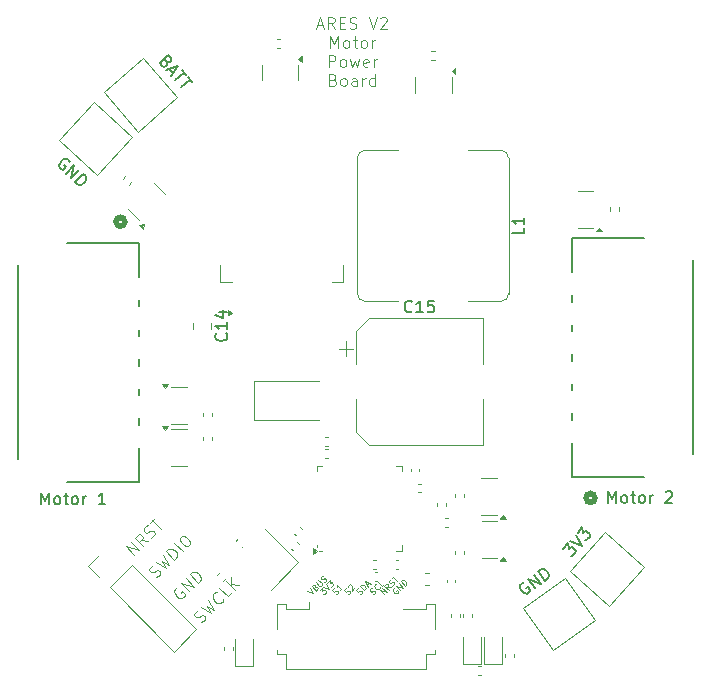
<source format=gbr>
%TF.GenerationSoftware,KiCad,Pcbnew,8.0.1*%
%TF.CreationDate,2024-11-14T00:10:28-08:00*%
%TF.ProjectId,motor_control_design,6d6f746f-725f-4636-9f6e-74726f6c5f64,rev?*%
%TF.SameCoordinates,Original*%
%TF.FileFunction,Legend,Top*%
%TF.FilePolarity,Positive*%
%FSLAX46Y46*%
G04 Gerber Fmt 4.6, Leading zero omitted, Abs format (unit mm)*
G04 Created by KiCad (PCBNEW 8.0.1) date 2024-11-14 00:10:28*
%MOMM*%
%LPD*%
G01*
G04 APERTURE LIST*
%ADD10C,0.200000*%
%ADD11C,0.100000*%
%ADD12C,0.050000*%
%ADD13C,0.150000*%
%ADD14C,0.120000*%
%ADD15C,0.152400*%
%ADD16C,0.508000*%
G04 APERTURE END LIST*
D10*
X163280000Y-108705909D02*
X163174961Y-108723364D01*
X163174961Y-108723364D02*
X163059387Y-108807333D01*
X163059387Y-108807333D02*
X162971803Y-108929827D01*
X162971803Y-108929827D02*
X162950733Y-109062856D01*
X162950733Y-109062856D02*
X162968188Y-109167895D01*
X162968188Y-109167895D02*
X163041623Y-109349983D01*
X163041623Y-109349983D02*
X163125592Y-109465557D01*
X163125592Y-109465557D02*
X163276076Y-109591666D01*
X163276076Y-109591666D02*
X163370580Y-109640725D01*
X163370580Y-109640725D02*
X163503609Y-109661795D01*
X163503609Y-109661795D02*
X163647172Y-109616350D01*
X163647172Y-109616350D02*
X163724222Y-109560371D01*
X163724222Y-109560371D02*
X163811806Y-109437877D01*
X163811806Y-109437877D02*
X163822341Y-109371362D01*
X163822341Y-109371362D02*
X163626412Y-109101690D01*
X163626412Y-109101690D02*
X163472314Y-109213649D01*
X164225042Y-109196504D02*
X163637256Y-108387487D01*
X163637256Y-108387487D02*
X164687337Y-108860626D01*
X164687337Y-108860626D02*
X164099552Y-108051609D01*
X165072583Y-108580729D02*
X164484798Y-107771712D01*
X164484798Y-107771712D02*
X164677421Y-107631763D01*
X164677421Y-107631763D02*
X164820985Y-107586318D01*
X164820985Y-107586318D02*
X164954014Y-107607388D01*
X164954014Y-107607388D02*
X165048518Y-107656447D01*
X165048518Y-107656447D02*
X165199001Y-107782556D01*
X165199001Y-107782556D02*
X165282971Y-107898130D01*
X165282971Y-107898130D02*
X165356405Y-108080218D01*
X165356405Y-108080218D02*
X165373860Y-108185257D01*
X165373860Y-108185257D02*
X165352790Y-108318286D01*
X165352790Y-108318286D02*
X165265206Y-108440780D01*
X165265206Y-108440780D02*
X165072583Y-108580729D01*
X133036748Y-64615803D02*
X133094533Y-64754860D01*
X133094533Y-64754860D02*
X133089835Y-64822039D01*
X133089835Y-64822039D02*
X133049199Y-64920460D01*
X133049199Y-64920460D02*
X132941383Y-65014182D01*
X132941383Y-65014182D02*
X132838265Y-65040726D01*
X132838265Y-65040726D02*
X132771086Y-65036028D01*
X132771086Y-65036028D02*
X132672665Y-64995392D01*
X132672665Y-64995392D02*
X132422738Y-64707883D01*
X132422738Y-64707883D02*
X133177448Y-64051824D01*
X133177448Y-64051824D02*
X133396134Y-64303394D01*
X133396134Y-64303394D02*
X133422677Y-64406512D01*
X133422677Y-64406512D02*
X133417980Y-64473692D01*
X133417980Y-64473692D02*
X133377343Y-64572112D01*
X133377343Y-64572112D02*
X133305466Y-64634594D01*
X133305466Y-64634594D02*
X133202348Y-64661137D01*
X133202348Y-64661137D02*
X133135169Y-64656439D01*
X133135169Y-64656439D02*
X133036748Y-64615803D01*
X133036748Y-64615803D02*
X132818062Y-64364233D01*
X133263187Y-65239209D02*
X133575597Y-65598594D01*
X132985074Y-65354777D02*
X133958470Y-64950288D01*
X133958470Y-64950288D02*
X133422447Y-65857917D01*
X134302120Y-65345612D02*
X134677011Y-65776875D01*
X133734856Y-66217303D02*
X134489566Y-65561244D01*
X134801975Y-65920629D02*
X135176866Y-66351892D01*
X134234711Y-66792320D02*
X134989420Y-66136261D01*
D11*
X132137321Y-108279908D02*
X132272008Y-108212564D01*
X132272008Y-108212564D02*
X132440367Y-108044205D01*
X132440367Y-108044205D02*
X132474039Y-107943190D01*
X132474039Y-107943190D02*
X132474039Y-107875847D01*
X132474039Y-107875847D02*
X132440367Y-107774831D01*
X132440367Y-107774831D02*
X132373024Y-107707488D01*
X132373024Y-107707488D02*
X132272008Y-107673816D01*
X132272008Y-107673816D02*
X132204665Y-107673816D01*
X132204665Y-107673816D02*
X132103649Y-107707488D01*
X132103649Y-107707488D02*
X131935291Y-107808503D01*
X131935291Y-107808503D02*
X131834275Y-107842175D01*
X131834275Y-107842175D02*
X131766932Y-107842175D01*
X131766932Y-107842175D02*
X131665917Y-107808503D01*
X131665917Y-107808503D02*
X131598573Y-107741160D01*
X131598573Y-107741160D02*
X131564901Y-107640144D01*
X131564901Y-107640144D02*
X131564901Y-107572801D01*
X131564901Y-107572801D02*
X131598573Y-107471786D01*
X131598573Y-107471786D02*
X131766932Y-107303427D01*
X131766932Y-107303427D02*
X131901619Y-107236083D01*
X132103650Y-106966709D02*
X132979115Y-107505457D01*
X132979115Y-107505457D02*
X132608726Y-106865694D01*
X132608726Y-106865694D02*
X133248489Y-107236083D01*
X133248489Y-107236083D02*
X132709741Y-106360618D01*
X133686222Y-106798351D02*
X132979115Y-106091244D01*
X132979115Y-106091244D02*
X133147474Y-105922885D01*
X133147474Y-105922885D02*
X133282161Y-105855541D01*
X133282161Y-105855541D02*
X133416848Y-105855541D01*
X133416848Y-105855541D02*
X133517863Y-105889213D01*
X133517863Y-105889213D02*
X133686222Y-105990229D01*
X133686222Y-105990229D02*
X133787237Y-106091244D01*
X133787237Y-106091244D02*
X133888252Y-106259603D01*
X133888252Y-106259603D02*
X133921924Y-106360618D01*
X133921924Y-106360618D02*
X133921924Y-106495305D01*
X133921924Y-106495305D02*
X133854581Y-106629992D01*
X133854581Y-106629992D02*
X133686222Y-106798351D01*
X134393329Y-106091244D02*
X133686222Y-105384137D01*
X134157626Y-104912733D02*
X134292313Y-104778046D01*
X134292313Y-104778046D02*
X134393328Y-104744374D01*
X134393328Y-104744374D02*
X134528015Y-104744374D01*
X134528015Y-104744374D02*
X134696374Y-104845389D01*
X134696374Y-104845389D02*
X134932076Y-105081092D01*
X134932076Y-105081092D02*
X135033091Y-105249450D01*
X135033091Y-105249450D02*
X135033091Y-105384137D01*
X135033091Y-105384137D02*
X134999420Y-105485153D01*
X134999420Y-105485153D02*
X134864733Y-105619840D01*
X134864733Y-105619840D02*
X134763717Y-105653511D01*
X134763717Y-105653511D02*
X134629030Y-105653511D01*
X134629030Y-105653511D02*
X134460672Y-105552496D01*
X134460672Y-105552496D02*
X134224969Y-105316794D01*
X134224969Y-105316794D02*
X134123954Y-105148435D01*
X134123954Y-105148435D02*
X134123954Y-105013748D01*
X134123954Y-105013748D02*
X134157626Y-104912733D01*
D12*
X151446332Y-109702454D02*
X151092778Y-109348900D01*
X151092778Y-109348900D02*
X151648362Y-109500423D01*
X151648362Y-109500423D02*
X151294809Y-109146870D01*
X152018752Y-109130034D02*
X151732542Y-109079526D01*
X151816721Y-109332064D02*
X151463168Y-108978511D01*
X151463168Y-108978511D02*
X151597855Y-108843824D01*
X151597855Y-108843824D02*
X151648363Y-108826988D01*
X151648363Y-108826988D02*
X151682034Y-108826988D01*
X151682034Y-108826988D02*
X151732542Y-108843824D01*
X151732542Y-108843824D02*
X151783050Y-108894332D01*
X151783050Y-108894332D02*
X151799885Y-108944839D01*
X151799885Y-108944839D02*
X151799885Y-108978511D01*
X151799885Y-108978511D02*
X151783050Y-109029019D01*
X151783050Y-109029019D02*
X151648363Y-109163706D01*
X152136603Y-108978511D02*
X152203947Y-108944839D01*
X152203947Y-108944839D02*
X152288126Y-108860660D01*
X152288126Y-108860660D02*
X152304962Y-108810152D01*
X152304962Y-108810152D02*
X152304962Y-108776480D01*
X152304962Y-108776480D02*
X152288126Y-108725973D01*
X152288126Y-108725973D02*
X152254454Y-108692301D01*
X152254454Y-108692301D02*
X152203947Y-108675465D01*
X152203947Y-108675465D02*
X152170275Y-108675465D01*
X152170275Y-108675465D02*
X152119767Y-108692301D01*
X152119767Y-108692301D02*
X152035588Y-108742809D01*
X152035588Y-108742809D02*
X151985080Y-108759644D01*
X151985080Y-108759644D02*
X151951408Y-108759644D01*
X151951408Y-108759644D02*
X151900901Y-108742809D01*
X151900901Y-108742809D02*
X151867229Y-108709137D01*
X151867229Y-108709137D02*
X151850393Y-108658629D01*
X151850393Y-108658629D02*
X151850393Y-108624957D01*
X151850393Y-108624957D02*
X151867229Y-108574450D01*
X151867229Y-108574450D02*
X151951408Y-108490270D01*
X151951408Y-108490270D02*
X152018752Y-108456599D01*
X152102931Y-108338748D02*
X152304961Y-108136717D01*
X152557500Y-108591286D02*
X152203946Y-108237733D01*
D10*
X122416673Y-102102219D02*
X122416673Y-101102219D01*
X122416673Y-101102219D02*
X122750006Y-101816504D01*
X122750006Y-101816504D02*
X123083339Y-101102219D01*
X123083339Y-101102219D02*
X123083339Y-102102219D01*
X123702387Y-102102219D02*
X123607149Y-102054600D01*
X123607149Y-102054600D02*
X123559530Y-102006980D01*
X123559530Y-102006980D02*
X123511911Y-101911742D01*
X123511911Y-101911742D02*
X123511911Y-101626028D01*
X123511911Y-101626028D02*
X123559530Y-101530790D01*
X123559530Y-101530790D02*
X123607149Y-101483171D01*
X123607149Y-101483171D02*
X123702387Y-101435552D01*
X123702387Y-101435552D02*
X123845244Y-101435552D01*
X123845244Y-101435552D02*
X123940482Y-101483171D01*
X123940482Y-101483171D02*
X123988101Y-101530790D01*
X123988101Y-101530790D02*
X124035720Y-101626028D01*
X124035720Y-101626028D02*
X124035720Y-101911742D01*
X124035720Y-101911742D02*
X123988101Y-102006980D01*
X123988101Y-102006980D02*
X123940482Y-102054600D01*
X123940482Y-102054600D02*
X123845244Y-102102219D01*
X123845244Y-102102219D02*
X123702387Y-102102219D01*
X124321435Y-101435552D02*
X124702387Y-101435552D01*
X124464292Y-101102219D02*
X124464292Y-101959361D01*
X124464292Y-101959361D02*
X124511911Y-102054600D01*
X124511911Y-102054600D02*
X124607149Y-102102219D01*
X124607149Y-102102219D02*
X124702387Y-102102219D01*
X125178578Y-102102219D02*
X125083340Y-102054600D01*
X125083340Y-102054600D02*
X125035721Y-102006980D01*
X125035721Y-102006980D02*
X124988102Y-101911742D01*
X124988102Y-101911742D02*
X124988102Y-101626028D01*
X124988102Y-101626028D02*
X125035721Y-101530790D01*
X125035721Y-101530790D02*
X125083340Y-101483171D01*
X125083340Y-101483171D02*
X125178578Y-101435552D01*
X125178578Y-101435552D02*
X125321435Y-101435552D01*
X125321435Y-101435552D02*
X125416673Y-101483171D01*
X125416673Y-101483171D02*
X125464292Y-101530790D01*
X125464292Y-101530790D02*
X125511911Y-101626028D01*
X125511911Y-101626028D02*
X125511911Y-101911742D01*
X125511911Y-101911742D02*
X125464292Y-102006980D01*
X125464292Y-102006980D02*
X125416673Y-102054600D01*
X125416673Y-102054600D02*
X125321435Y-102102219D01*
X125321435Y-102102219D02*
X125178578Y-102102219D01*
X125940483Y-102102219D02*
X125940483Y-101435552D01*
X125940483Y-101626028D02*
X125988102Y-101530790D01*
X125988102Y-101530790D02*
X126035721Y-101483171D01*
X126035721Y-101483171D02*
X126130959Y-101435552D01*
X126130959Y-101435552D02*
X126226197Y-101435552D01*
X127845245Y-102102219D02*
X127273817Y-102102219D01*
X127559531Y-102102219D02*
X127559531Y-101102219D01*
X127559531Y-101102219D02*
X127464293Y-101245076D01*
X127464293Y-101245076D02*
X127369055Y-101340314D01*
X127369055Y-101340314D02*
X127273817Y-101387933D01*
D12*
X147348660Y-109702454D02*
X147416004Y-109668782D01*
X147416004Y-109668782D02*
X147500183Y-109584603D01*
X147500183Y-109584603D02*
X147517019Y-109534095D01*
X147517019Y-109534095D02*
X147517019Y-109500423D01*
X147517019Y-109500423D02*
X147500183Y-109449916D01*
X147500183Y-109449916D02*
X147466511Y-109416244D01*
X147466511Y-109416244D02*
X147416004Y-109399408D01*
X147416004Y-109399408D02*
X147382332Y-109399408D01*
X147382332Y-109399408D02*
X147331824Y-109416244D01*
X147331824Y-109416244D02*
X147247645Y-109466752D01*
X147247645Y-109466752D02*
X147197137Y-109483587D01*
X147197137Y-109483587D02*
X147163465Y-109483587D01*
X147163465Y-109483587D02*
X147112958Y-109466752D01*
X147112958Y-109466752D02*
X147079286Y-109433080D01*
X147079286Y-109433080D02*
X147062450Y-109382572D01*
X147062450Y-109382572D02*
X147062450Y-109348900D01*
X147062450Y-109348900D02*
X147079286Y-109298393D01*
X147079286Y-109298393D02*
X147163465Y-109214213D01*
X147163465Y-109214213D02*
X147230809Y-109180542D01*
X147904244Y-109180542D02*
X147702213Y-109382573D01*
X147803228Y-109281557D02*
X147449675Y-108928004D01*
X147449675Y-108928004D02*
X147466511Y-109012183D01*
X147466511Y-109012183D02*
X147466511Y-109079527D01*
X147466511Y-109079527D02*
X147449675Y-109130034D01*
X144946271Y-109399408D02*
X145417675Y-109635110D01*
X145417675Y-109635110D02*
X145181973Y-109163706D01*
X145586034Y-109096363D02*
X145653377Y-109062691D01*
X145653377Y-109062691D02*
X145687049Y-109062691D01*
X145687049Y-109062691D02*
X145737557Y-109079527D01*
X145737557Y-109079527D02*
X145788064Y-109130034D01*
X145788064Y-109130034D02*
X145804900Y-109180542D01*
X145804900Y-109180542D02*
X145804900Y-109214214D01*
X145804900Y-109214214D02*
X145788064Y-109264721D01*
X145788064Y-109264721D02*
X145653377Y-109399408D01*
X145653377Y-109399408D02*
X145299824Y-109045855D01*
X145299824Y-109045855D02*
X145417675Y-108928004D01*
X145417675Y-108928004D02*
X145468183Y-108911168D01*
X145468183Y-108911168D02*
X145501854Y-108911168D01*
X145501854Y-108911168D02*
X145552362Y-108928004D01*
X145552362Y-108928004D02*
X145586034Y-108961676D01*
X145586034Y-108961676D02*
X145602870Y-109012183D01*
X145602870Y-109012183D02*
X145602870Y-109045855D01*
X145602870Y-109045855D02*
X145586034Y-109096363D01*
X145586034Y-109096363D02*
X145468183Y-109214214D01*
X145653377Y-108692302D02*
X145939587Y-108978512D01*
X145939587Y-108978512D02*
X145990095Y-108995347D01*
X145990095Y-108995347D02*
X146023766Y-108995347D01*
X146023766Y-108995347D02*
X146074274Y-108978512D01*
X146074274Y-108978512D02*
X146141618Y-108911168D01*
X146141618Y-108911168D02*
X146158454Y-108860660D01*
X146158454Y-108860660D02*
X146158454Y-108826989D01*
X146158454Y-108826989D02*
X146141618Y-108776481D01*
X146141618Y-108776481D02*
X145855408Y-108490271D01*
X146343648Y-108675465D02*
X146410992Y-108641794D01*
X146410992Y-108641794D02*
X146495171Y-108557614D01*
X146495171Y-108557614D02*
X146512007Y-108507107D01*
X146512007Y-108507107D02*
X146512007Y-108473435D01*
X146512007Y-108473435D02*
X146495171Y-108422927D01*
X146495171Y-108422927D02*
X146461500Y-108389256D01*
X146461500Y-108389256D02*
X146410992Y-108372420D01*
X146410992Y-108372420D02*
X146377320Y-108372420D01*
X146377320Y-108372420D02*
X146326813Y-108389256D01*
X146326813Y-108389256D02*
X146242633Y-108439763D01*
X146242633Y-108439763D02*
X146192126Y-108456599D01*
X146192126Y-108456599D02*
X146158454Y-108456599D01*
X146158454Y-108456599D02*
X146107946Y-108439763D01*
X146107946Y-108439763D02*
X146074274Y-108406091D01*
X146074274Y-108406091D02*
X146057439Y-108355584D01*
X146057439Y-108355584D02*
X146057439Y-108321912D01*
X146057439Y-108321912D02*
X146074274Y-108271404D01*
X146074274Y-108271404D02*
X146158454Y-108187225D01*
X146158454Y-108187225D02*
X146225797Y-108153553D01*
D10*
X124837530Y-73094716D02*
X124800353Y-72994938D01*
X124800353Y-72994938D02*
X124695874Y-72897509D01*
X124695874Y-72897509D02*
X124558919Y-72834907D01*
X124558919Y-72834907D02*
X124424314Y-72839608D01*
X124424314Y-72839608D02*
X124324536Y-72876784D01*
X124324536Y-72876784D02*
X124159805Y-72983614D01*
X124159805Y-72983614D02*
X124062376Y-73088093D01*
X124062376Y-73088093D02*
X123967298Y-73259874D01*
X123967298Y-73259874D02*
X123937172Y-73362003D01*
X123937172Y-73362003D02*
X123941873Y-73496608D01*
X123941873Y-73496608D02*
X124013876Y-73628863D01*
X124013876Y-73628863D02*
X124083529Y-73693815D01*
X124083529Y-73693815D02*
X124220484Y-73756417D01*
X124220484Y-73756417D02*
X124287786Y-73754067D01*
X124287786Y-73754067D02*
X124515119Y-73510282D01*
X124515119Y-73510282D02*
X124375814Y-73380378D01*
X124536271Y-74116005D02*
X125218270Y-73384651D01*
X125218270Y-73384651D02*
X124954188Y-74505718D01*
X124954188Y-74505718D02*
X125636186Y-73774364D01*
X125302452Y-74830479D02*
X125984450Y-74099125D01*
X125984450Y-74099125D02*
X126158582Y-74261506D01*
X126158582Y-74261506D02*
X126230585Y-74393761D01*
X126230585Y-74393761D02*
X126235285Y-74528366D01*
X126235285Y-74528366D02*
X126205159Y-74630494D01*
X126205159Y-74630494D02*
X126110081Y-74802276D01*
X126110081Y-74802276D02*
X126012653Y-74906755D01*
X126012653Y-74906755D02*
X125847922Y-75013584D01*
X125847922Y-75013584D02*
X125748144Y-75050761D01*
X125748144Y-75050761D02*
X125613539Y-75055462D01*
X125613539Y-75055462D02*
X125476583Y-74992860D01*
X125476583Y-74992860D02*
X125302452Y-74830479D01*
X170422673Y-101975219D02*
X170422673Y-100975219D01*
X170422673Y-100975219D02*
X170756006Y-101689504D01*
X170756006Y-101689504D02*
X171089339Y-100975219D01*
X171089339Y-100975219D02*
X171089339Y-101975219D01*
X171708387Y-101975219D02*
X171613149Y-101927600D01*
X171613149Y-101927600D02*
X171565530Y-101879980D01*
X171565530Y-101879980D02*
X171517911Y-101784742D01*
X171517911Y-101784742D02*
X171517911Y-101499028D01*
X171517911Y-101499028D02*
X171565530Y-101403790D01*
X171565530Y-101403790D02*
X171613149Y-101356171D01*
X171613149Y-101356171D02*
X171708387Y-101308552D01*
X171708387Y-101308552D02*
X171851244Y-101308552D01*
X171851244Y-101308552D02*
X171946482Y-101356171D01*
X171946482Y-101356171D02*
X171994101Y-101403790D01*
X171994101Y-101403790D02*
X172041720Y-101499028D01*
X172041720Y-101499028D02*
X172041720Y-101784742D01*
X172041720Y-101784742D02*
X171994101Y-101879980D01*
X171994101Y-101879980D02*
X171946482Y-101927600D01*
X171946482Y-101927600D02*
X171851244Y-101975219D01*
X171851244Y-101975219D02*
X171708387Y-101975219D01*
X172327435Y-101308552D02*
X172708387Y-101308552D01*
X172470292Y-100975219D02*
X172470292Y-101832361D01*
X172470292Y-101832361D02*
X172517911Y-101927600D01*
X172517911Y-101927600D02*
X172613149Y-101975219D01*
X172613149Y-101975219D02*
X172708387Y-101975219D01*
X173184578Y-101975219D02*
X173089340Y-101927600D01*
X173089340Y-101927600D02*
X173041721Y-101879980D01*
X173041721Y-101879980D02*
X172994102Y-101784742D01*
X172994102Y-101784742D02*
X172994102Y-101499028D01*
X172994102Y-101499028D02*
X173041721Y-101403790D01*
X173041721Y-101403790D02*
X173089340Y-101356171D01*
X173089340Y-101356171D02*
X173184578Y-101308552D01*
X173184578Y-101308552D02*
X173327435Y-101308552D01*
X173327435Y-101308552D02*
X173422673Y-101356171D01*
X173422673Y-101356171D02*
X173470292Y-101403790D01*
X173470292Y-101403790D02*
X173517911Y-101499028D01*
X173517911Y-101499028D02*
X173517911Y-101784742D01*
X173517911Y-101784742D02*
X173470292Y-101879980D01*
X173470292Y-101879980D02*
X173422673Y-101927600D01*
X173422673Y-101927600D02*
X173327435Y-101975219D01*
X173327435Y-101975219D02*
X173184578Y-101975219D01*
X173946483Y-101975219D02*
X173946483Y-101308552D01*
X173946483Y-101499028D02*
X173994102Y-101403790D01*
X173994102Y-101403790D02*
X174041721Y-101356171D01*
X174041721Y-101356171D02*
X174136959Y-101308552D01*
X174136959Y-101308552D02*
X174232197Y-101308552D01*
X175279817Y-101070457D02*
X175327436Y-101022838D01*
X175327436Y-101022838D02*
X175422674Y-100975219D01*
X175422674Y-100975219D02*
X175660769Y-100975219D01*
X175660769Y-100975219D02*
X175756007Y-101022838D01*
X175756007Y-101022838D02*
X175803626Y-101070457D01*
X175803626Y-101070457D02*
X175851245Y-101165695D01*
X175851245Y-101165695D02*
X175851245Y-101260933D01*
X175851245Y-101260933D02*
X175803626Y-101403790D01*
X175803626Y-101403790D02*
X175232198Y-101975219D01*
X175232198Y-101975219D02*
X175851245Y-101975219D01*
D12*
X145979107Y-109382572D02*
X146197973Y-109163706D01*
X146197973Y-109163706D02*
X146214809Y-109416244D01*
X146214809Y-109416244D02*
X146265317Y-109365736D01*
X146265317Y-109365736D02*
X146315824Y-109348900D01*
X146315824Y-109348900D02*
X146349496Y-109348900D01*
X146349496Y-109348900D02*
X146400004Y-109365736D01*
X146400004Y-109365736D02*
X146484183Y-109449916D01*
X146484183Y-109449916D02*
X146501019Y-109500423D01*
X146501019Y-109500423D02*
X146501019Y-109534095D01*
X146501019Y-109534095D02*
X146484183Y-109584603D01*
X146484183Y-109584603D02*
X146383168Y-109685618D01*
X146383168Y-109685618D02*
X146332660Y-109702454D01*
X146332660Y-109702454D02*
X146298988Y-109702454D01*
X146298988Y-109062691D02*
X146770392Y-109298393D01*
X146770392Y-109298393D02*
X146534690Y-108826989D01*
X146618869Y-108742810D02*
X146837736Y-108523943D01*
X146837736Y-108523943D02*
X146854572Y-108776481D01*
X146854572Y-108776481D02*
X146905079Y-108725974D01*
X146905079Y-108725974D02*
X146955587Y-108709138D01*
X146955587Y-108709138D02*
X146989259Y-108709138D01*
X146989259Y-108709138D02*
X147039766Y-108725974D01*
X147039766Y-108725974D02*
X147123946Y-108810153D01*
X147123946Y-108810153D02*
X147140781Y-108860661D01*
X147140781Y-108860661D02*
X147140781Y-108894332D01*
X147140781Y-108894332D02*
X147123946Y-108944840D01*
X147123946Y-108944840D02*
X147022930Y-109045855D01*
X147022930Y-109045855D02*
X146972423Y-109062691D01*
X146972423Y-109062691D02*
X146938751Y-109062691D01*
D11*
X135947321Y-112089908D02*
X136082008Y-112022564D01*
X136082008Y-112022564D02*
X136250367Y-111854205D01*
X136250367Y-111854205D02*
X136284039Y-111753190D01*
X136284039Y-111753190D02*
X136284039Y-111685847D01*
X136284039Y-111685847D02*
X136250367Y-111584831D01*
X136250367Y-111584831D02*
X136183024Y-111517488D01*
X136183024Y-111517488D02*
X136082008Y-111483816D01*
X136082008Y-111483816D02*
X136014665Y-111483816D01*
X136014665Y-111483816D02*
X135913649Y-111517488D01*
X135913649Y-111517488D02*
X135745291Y-111618503D01*
X135745291Y-111618503D02*
X135644275Y-111652175D01*
X135644275Y-111652175D02*
X135576932Y-111652175D01*
X135576932Y-111652175D02*
X135475917Y-111618503D01*
X135475917Y-111618503D02*
X135408573Y-111551160D01*
X135408573Y-111551160D02*
X135374901Y-111450144D01*
X135374901Y-111450144D02*
X135374901Y-111382801D01*
X135374901Y-111382801D02*
X135408573Y-111281786D01*
X135408573Y-111281786D02*
X135576932Y-111113427D01*
X135576932Y-111113427D02*
X135711619Y-111046083D01*
X135913650Y-110776709D02*
X136789115Y-111315457D01*
X136789115Y-111315457D02*
X136418726Y-110675694D01*
X136418726Y-110675694D02*
X137058489Y-111046083D01*
X137058489Y-111046083D02*
X136519741Y-110170618D01*
X137832939Y-110136946D02*
X137832939Y-110204290D01*
X137832939Y-110204290D02*
X137765596Y-110338977D01*
X137765596Y-110338977D02*
X137698252Y-110406320D01*
X137698252Y-110406320D02*
X137563565Y-110473664D01*
X137563565Y-110473664D02*
X137428878Y-110473664D01*
X137428878Y-110473664D02*
X137327863Y-110439992D01*
X137327863Y-110439992D02*
X137159504Y-110338977D01*
X137159504Y-110338977D02*
X137058489Y-110237961D01*
X137058489Y-110237961D02*
X136957474Y-110069603D01*
X136957474Y-110069603D02*
X136923802Y-109968587D01*
X136923802Y-109968587D02*
X136923802Y-109833900D01*
X136923802Y-109833900D02*
X136991145Y-109699213D01*
X136991145Y-109699213D02*
X137058489Y-109631870D01*
X137058489Y-109631870D02*
X137193176Y-109564526D01*
X137193176Y-109564526D02*
X137260519Y-109564526D01*
X138540046Y-109564526D02*
X138203329Y-109901244D01*
X138203329Y-109901244D02*
X137496222Y-109194137D01*
X138775748Y-109328824D02*
X138068642Y-108621717D01*
X139179809Y-108924763D02*
X138472703Y-108823748D01*
X138472703Y-108217656D02*
X138472703Y-109025778D01*
D12*
X152310809Y-109180542D02*
X152260301Y-109197378D01*
X152260301Y-109197378D02*
X152209794Y-109247885D01*
X152209794Y-109247885D02*
X152176122Y-109315229D01*
X152176122Y-109315229D02*
X152176122Y-109382572D01*
X152176122Y-109382572D02*
X152192958Y-109433080D01*
X152192958Y-109433080D02*
X152243465Y-109517259D01*
X152243465Y-109517259D02*
X152293973Y-109567767D01*
X152293973Y-109567767D02*
X152378152Y-109618274D01*
X152378152Y-109618274D02*
X152428660Y-109635110D01*
X152428660Y-109635110D02*
X152496004Y-109635110D01*
X152496004Y-109635110D02*
X152563347Y-109601439D01*
X152563347Y-109601439D02*
X152597019Y-109567767D01*
X152597019Y-109567767D02*
X152630691Y-109500423D01*
X152630691Y-109500423D02*
X152630691Y-109466752D01*
X152630691Y-109466752D02*
X152512839Y-109348900D01*
X152512839Y-109348900D02*
X152445496Y-109416244D01*
X152815885Y-109348900D02*
X152462332Y-108995347D01*
X152462332Y-108995347D02*
X153017916Y-109146870D01*
X153017916Y-109146870D02*
X152664362Y-108793317D01*
X153186275Y-108978511D02*
X152832721Y-108624957D01*
X152832721Y-108624957D02*
X152916901Y-108540778D01*
X152916901Y-108540778D02*
X152984244Y-108507106D01*
X152984244Y-108507106D02*
X153051588Y-108507106D01*
X153051588Y-108507106D02*
X153102095Y-108523942D01*
X153102095Y-108523942D02*
X153186275Y-108574450D01*
X153186275Y-108574450D02*
X153236782Y-108624957D01*
X153236782Y-108624957D02*
X153287290Y-108709137D01*
X153287290Y-108709137D02*
X153304126Y-108759644D01*
X153304126Y-108759644D02*
X153304126Y-108826988D01*
X153304126Y-108826988D02*
X153270454Y-108894332D01*
X153270454Y-108894332D02*
X153186275Y-108978511D01*
X150523660Y-109702454D02*
X150591004Y-109668782D01*
X150591004Y-109668782D02*
X150675183Y-109584603D01*
X150675183Y-109584603D02*
X150692019Y-109534095D01*
X150692019Y-109534095D02*
X150692019Y-109500423D01*
X150692019Y-109500423D02*
X150675183Y-109449916D01*
X150675183Y-109449916D02*
X150641511Y-109416244D01*
X150641511Y-109416244D02*
X150591004Y-109399408D01*
X150591004Y-109399408D02*
X150557332Y-109399408D01*
X150557332Y-109399408D02*
X150506824Y-109416244D01*
X150506824Y-109416244D02*
X150422645Y-109466752D01*
X150422645Y-109466752D02*
X150372137Y-109483587D01*
X150372137Y-109483587D02*
X150338465Y-109483587D01*
X150338465Y-109483587D02*
X150287958Y-109466752D01*
X150287958Y-109466752D02*
X150254286Y-109433080D01*
X150254286Y-109433080D02*
X150237450Y-109382572D01*
X150237450Y-109382572D02*
X150237450Y-109348900D01*
X150237450Y-109348900D02*
X150254286Y-109298393D01*
X150254286Y-109298393D02*
X150338465Y-109214213D01*
X150338465Y-109214213D02*
X150405809Y-109180542D01*
X151062408Y-109130034D02*
X151062408Y-109163706D01*
X151062408Y-109163706D02*
X151028736Y-109231050D01*
X151028736Y-109231050D02*
X150995064Y-109264721D01*
X150995064Y-109264721D02*
X150927721Y-109298393D01*
X150927721Y-109298393D02*
X150860377Y-109298393D01*
X150860377Y-109298393D02*
X150809870Y-109281557D01*
X150809870Y-109281557D02*
X150725690Y-109231050D01*
X150725690Y-109231050D02*
X150675183Y-109180542D01*
X150675183Y-109180542D02*
X150624675Y-109096363D01*
X150624675Y-109096363D02*
X150607839Y-109045855D01*
X150607839Y-109045855D02*
X150607839Y-108978512D01*
X150607839Y-108978512D02*
X150641511Y-108911168D01*
X150641511Y-108911168D02*
X150675183Y-108877496D01*
X150675183Y-108877496D02*
X150742526Y-108843825D01*
X150742526Y-108843825D02*
X150776198Y-108843825D01*
X151415961Y-108843825D02*
X151247602Y-109012183D01*
X151247602Y-109012183D02*
X150894049Y-108658630D01*
D11*
X130299665Y-106374908D02*
X129592558Y-105667801D01*
X129592558Y-105667801D02*
X130703726Y-105970847D01*
X130703726Y-105970847D02*
X129996619Y-105263740D01*
X131444504Y-105230068D02*
X130872084Y-105129053D01*
X131040443Y-105634129D02*
X130333336Y-104927022D01*
X130333336Y-104927022D02*
X130602710Y-104657648D01*
X130602710Y-104657648D02*
X130703726Y-104623976D01*
X130703726Y-104623976D02*
X130771069Y-104623976D01*
X130771069Y-104623976D02*
X130872084Y-104657648D01*
X130872084Y-104657648D02*
X130973100Y-104758664D01*
X130973100Y-104758664D02*
X131006771Y-104859679D01*
X131006771Y-104859679D02*
X131006771Y-104927022D01*
X131006771Y-104927022D02*
X130973100Y-105028038D01*
X130973100Y-105028038D02*
X130703726Y-105297412D01*
X131680207Y-104927022D02*
X131814894Y-104859679D01*
X131814894Y-104859679D02*
X131983252Y-104691320D01*
X131983252Y-104691320D02*
X132016924Y-104590305D01*
X132016924Y-104590305D02*
X132016924Y-104522961D01*
X132016924Y-104522961D02*
X131983252Y-104421946D01*
X131983252Y-104421946D02*
X131915909Y-104354602D01*
X131915909Y-104354602D02*
X131814894Y-104320931D01*
X131814894Y-104320931D02*
X131747550Y-104320931D01*
X131747550Y-104320931D02*
X131646535Y-104354602D01*
X131646535Y-104354602D02*
X131478176Y-104455618D01*
X131478176Y-104455618D02*
X131377161Y-104489289D01*
X131377161Y-104489289D02*
X131309817Y-104489289D01*
X131309817Y-104489289D02*
X131208802Y-104455618D01*
X131208802Y-104455618D02*
X131141459Y-104388274D01*
X131141459Y-104388274D02*
X131107787Y-104287259D01*
X131107787Y-104287259D02*
X131107787Y-104219915D01*
X131107787Y-104219915D02*
X131141459Y-104118900D01*
X131141459Y-104118900D02*
X131309817Y-103950541D01*
X131309817Y-103950541D02*
X131444504Y-103883198D01*
X131612863Y-103647496D02*
X132016924Y-103243435D01*
X132522000Y-104152572D02*
X131814894Y-103445465D01*
X145764619Y-61558872D02*
X146240809Y-61558872D01*
X145669381Y-61844587D02*
X146002714Y-60844587D01*
X146002714Y-60844587D02*
X146336047Y-61844587D01*
X147240809Y-61844587D02*
X146907476Y-61368396D01*
X146669381Y-61844587D02*
X146669381Y-60844587D01*
X146669381Y-60844587D02*
X147050333Y-60844587D01*
X147050333Y-60844587D02*
X147145571Y-60892206D01*
X147145571Y-60892206D02*
X147193190Y-60939825D01*
X147193190Y-60939825D02*
X147240809Y-61035063D01*
X147240809Y-61035063D02*
X147240809Y-61177920D01*
X147240809Y-61177920D02*
X147193190Y-61273158D01*
X147193190Y-61273158D02*
X147145571Y-61320777D01*
X147145571Y-61320777D02*
X147050333Y-61368396D01*
X147050333Y-61368396D02*
X146669381Y-61368396D01*
X147669381Y-61320777D02*
X148002714Y-61320777D01*
X148145571Y-61844587D02*
X147669381Y-61844587D01*
X147669381Y-61844587D02*
X147669381Y-60844587D01*
X147669381Y-60844587D02*
X148145571Y-60844587D01*
X148526524Y-61796968D02*
X148669381Y-61844587D01*
X148669381Y-61844587D02*
X148907476Y-61844587D01*
X148907476Y-61844587D02*
X149002714Y-61796968D01*
X149002714Y-61796968D02*
X149050333Y-61749348D01*
X149050333Y-61749348D02*
X149097952Y-61654110D01*
X149097952Y-61654110D02*
X149097952Y-61558872D01*
X149097952Y-61558872D02*
X149050333Y-61463634D01*
X149050333Y-61463634D02*
X149002714Y-61416015D01*
X149002714Y-61416015D02*
X148907476Y-61368396D01*
X148907476Y-61368396D02*
X148717000Y-61320777D01*
X148717000Y-61320777D02*
X148621762Y-61273158D01*
X148621762Y-61273158D02*
X148574143Y-61225539D01*
X148574143Y-61225539D02*
X148526524Y-61130301D01*
X148526524Y-61130301D02*
X148526524Y-61035063D01*
X148526524Y-61035063D02*
X148574143Y-60939825D01*
X148574143Y-60939825D02*
X148621762Y-60892206D01*
X148621762Y-60892206D02*
X148717000Y-60844587D01*
X148717000Y-60844587D02*
X148955095Y-60844587D01*
X148955095Y-60844587D02*
X149097952Y-60892206D01*
X150145572Y-60844587D02*
X150478905Y-61844587D01*
X150478905Y-61844587D02*
X150812238Y-60844587D01*
X151097953Y-60939825D02*
X151145572Y-60892206D01*
X151145572Y-60892206D02*
X151240810Y-60844587D01*
X151240810Y-60844587D02*
X151478905Y-60844587D01*
X151478905Y-60844587D02*
X151574143Y-60892206D01*
X151574143Y-60892206D02*
X151621762Y-60939825D01*
X151621762Y-60939825D02*
X151669381Y-61035063D01*
X151669381Y-61035063D02*
X151669381Y-61130301D01*
X151669381Y-61130301D02*
X151621762Y-61273158D01*
X151621762Y-61273158D02*
X151050334Y-61844587D01*
X151050334Y-61844587D02*
X151669381Y-61844587D01*
X146883666Y-63454531D02*
X146883666Y-62454531D01*
X146883666Y-62454531D02*
X147216999Y-63168816D01*
X147216999Y-63168816D02*
X147550332Y-62454531D01*
X147550332Y-62454531D02*
X147550332Y-63454531D01*
X148169380Y-63454531D02*
X148074142Y-63406912D01*
X148074142Y-63406912D02*
X148026523Y-63359292D01*
X148026523Y-63359292D02*
X147978904Y-63264054D01*
X147978904Y-63264054D02*
X147978904Y-62978340D01*
X147978904Y-62978340D02*
X148026523Y-62883102D01*
X148026523Y-62883102D02*
X148074142Y-62835483D01*
X148074142Y-62835483D02*
X148169380Y-62787864D01*
X148169380Y-62787864D02*
X148312237Y-62787864D01*
X148312237Y-62787864D02*
X148407475Y-62835483D01*
X148407475Y-62835483D02*
X148455094Y-62883102D01*
X148455094Y-62883102D02*
X148502713Y-62978340D01*
X148502713Y-62978340D02*
X148502713Y-63264054D01*
X148502713Y-63264054D02*
X148455094Y-63359292D01*
X148455094Y-63359292D02*
X148407475Y-63406912D01*
X148407475Y-63406912D02*
X148312237Y-63454531D01*
X148312237Y-63454531D02*
X148169380Y-63454531D01*
X148788428Y-62787864D02*
X149169380Y-62787864D01*
X148931285Y-62454531D02*
X148931285Y-63311673D01*
X148931285Y-63311673D02*
X148978904Y-63406912D01*
X148978904Y-63406912D02*
X149074142Y-63454531D01*
X149074142Y-63454531D02*
X149169380Y-63454531D01*
X149645571Y-63454531D02*
X149550333Y-63406912D01*
X149550333Y-63406912D02*
X149502714Y-63359292D01*
X149502714Y-63359292D02*
X149455095Y-63264054D01*
X149455095Y-63264054D02*
X149455095Y-62978340D01*
X149455095Y-62978340D02*
X149502714Y-62883102D01*
X149502714Y-62883102D02*
X149550333Y-62835483D01*
X149550333Y-62835483D02*
X149645571Y-62787864D01*
X149645571Y-62787864D02*
X149788428Y-62787864D01*
X149788428Y-62787864D02*
X149883666Y-62835483D01*
X149883666Y-62835483D02*
X149931285Y-62883102D01*
X149931285Y-62883102D02*
X149978904Y-62978340D01*
X149978904Y-62978340D02*
X149978904Y-63264054D01*
X149978904Y-63264054D02*
X149931285Y-63359292D01*
X149931285Y-63359292D02*
X149883666Y-63406912D01*
X149883666Y-63406912D02*
X149788428Y-63454531D01*
X149788428Y-63454531D02*
X149645571Y-63454531D01*
X150407476Y-63454531D02*
X150407476Y-62787864D01*
X150407476Y-62978340D02*
X150455095Y-62883102D01*
X150455095Y-62883102D02*
X150502714Y-62835483D01*
X150502714Y-62835483D02*
X150597952Y-62787864D01*
X150597952Y-62787864D02*
X150693190Y-62787864D01*
X146740809Y-65064475D02*
X146740809Y-64064475D01*
X146740809Y-64064475D02*
X147121761Y-64064475D01*
X147121761Y-64064475D02*
X147216999Y-64112094D01*
X147216999Y-64112094D02*
X147264618Y-64159713D01*
X147264618Y-64159713D02*
X147312237Y-64254951D01*
X147312237Y-64254951D02*
X147312237Y-64397808D01*
X147312237Y-64397808D02*
X147264618Y-64493046D01*
X147264618Y-64493046D02*
X147216999Y-64540665D01*
X147216999Y-64540665D02*
X147121761Y-64588284D01*
X147121761Y-64588284D02*
X146740809Y-64588284D01*
X147883666Y-65064475D02*
X147788428Y-65016856D01*
X147788428Y-65016856D02*
X147740809Y-64969236D01*
X147740809Y-64969236D02*
X147693190Y-64873998D01*
X147693190Y-64873998D02*
X147693190Y-64588284D01*
X147693190Y-64588284D02*
X147740809Y-64493046D01*
X147740809Y-64493046D02*
X147788428Y-64445427D01*
X147788428Y-64445427D02*
X147883666Y-64397808D01*
X147883666Y-64397808D02*
X148026523Y-64397808D01*
X148026523Y-64397808D02*
X148121761Y-64445427D01*
X148121761Y-64445427D02*
X148169380Y-64493046D01*
X148169380Y-64493046D02*
X148216999Y-64588284D01*
X148216999Y-64588284D02*
X148216999Y-64873998D01*
X148216999Y-64873998D02*
X148169380Y-64969236D01*
X148169380Y-64969236D02*
X148121761Y-65016856D01*
X148121761Y-65016856D02*
X148026523Y-65064475D01*
X148026523Y-65064475D02*
X147883666Y-65064475D01*
X148550333Y-64397808D02*
X148740809Y-65064475D01*
X148740809Y-65064475D02*
X148931285Y-64588284D01*
X148931285Y-64588284D02*
X149121761Y-65064475D01*
X149121761Y-65064475D02*
X149312237Y-64397808D01*
X150074142Y-65016856D02*
X149978904Y-65064475D01*
X149978904Y-65064475D02*
X149788428Y-65064475D01*
X149788428Y-65064475D02*
X149693190Y-65016856D01*
X149693190Y-65016856D02*
X149645571Y-64921617D01*
X149645571Y-64921617D02*
X149645571Y-64540665D01*
X149645571Y-64540665D02*
X149693190Y-64445427D01*
X149693190Y-64445427D02*
X149788428Y-64397808D01*
X149788428Y-64397808D02*
X149978904Y-64397808D01*
X149978904Y-64397808D02*
X150074142Y-64445427D01*
X150074142Y-64445427D02*
X150121761Y-64540665D01*
X150121761Y-64540665D02*
X150121761Y-64635903D01*
X150121761Y-64635903D02*
X149645571Y-64731141D01*
X150550333Y-65064475D02*
X150550333Y-64397808D01*
X150550333Y-64588284D02*
X150597952Y-64493046D01*
X150597952Y-64493046D02*
X150645571Y-64445427D01*
X150645571Y-64445427D02*
X150740809Y-64397808D01*
X150740809Y-64397808D02*
X150836047Y-64397808D01*
X147121761Y-66150609D02*
X147264618Y-66198228D01*
X147264618Y-66198228D02*
X147312237Y-66245847D01*
X147312237Y-66245847D02*
X147359856Y-66341085D01*
X147359856Y-66341085D02*
X147359856Y-66483942D01*
X147359856Y-66483942D02*
X147312237Y-66579180D01*
X147312237Y-66579180D02*
X147264618Y-66626800D01*
X147264618Y-66626800D02*
X147169380Y-66674419D01*
X147169380Y-66674419D02*
X146788428Y-66674419D01*
X146788428Y-66674419D02*
X146788428Y-65674419D01*
X146788428Y-65674419D02*
X147121761Y-65674419D01*
X147121761Y-65674419D02*
X147216999Y-65722038D01*
X147216999Y-65722038D02*
X147264618Y-65769657D01*
X147264618Y-65769657D02*
X147312237Y-65864895D01*
X147312237Y-65864895D02*
X147312237Y-65960133D01*
X147312237Y-65960133D02*
X147264618Y-66055371D01*
X147264618Y-66055371D02*
X147216999Y-66102990D01*
X147216999Y-66102990D02*
X147121761Y-66150609D01*
X147121761Y-66150609D02*
X146788428Y-66150609D01*
X147931285Y-66674419D02*
X147836047Y-66626800D01*
X147836047Y-66626800D02*
X147788428Y-66579180D01*
X147788428Y-66579180D02*
X147740809Y-66483942D01*
X147740809Y-66483942D02*
X147740809Y-66198228D01*
X147740809Y-66198228D02*
X147788428Y-66102990D01*
X147788428Y-66102990D02*
X147836047Y-66055371D01*
X147836047Y-66055371D02*
X147931285Y-66007752D01*
X147931285Y-66007752D02*
X148074142Y-66007752D01*
X148074142Y-66007752D02*
X148169380Y-66055371D01*
X148169380Y-66055371D02*
X148216999Y-66102990D01*
X148216999Y-66102990D02*
X148264618Y-66198228D01*
X148264618Y-66198228D02*
X148264618Y-66483942D01*
X148264618Y-66483942D02*
X148216999Y-66579180D01*
X148216999Y-66579180D02*
X148169380Y-66626800D01*
X148169380Y-66626800D02*
X148074142Y-66674419D01*
X148074142Y-66674419D02*
X147931285Y-66674419D01*
X149121761Y-66674419D02*
X149121761Y-66150609D01*
X149121761Y-66150609D02*
X149074142Y-66055371D01*
X149074142Y-66055371D02*
X148978904Y-66007752D01*
X148978904Y-66007752D02*
X148788428Y-66007752D01*
X148788428Y-66007752D02*
X148693190Y-66055371D01*
X149121761Y-66626800D02*
X149026523Y-66674419D01*
X149026523Y-66674419D02*
X148788428Y-66674419D01*
X148788428Y-66674419D02*
X148693190Y-66626800D01*
X148693190Y-66626800D02*
X148645571Y-66531561D01*
X148645571Y-66531561D02*
X148645571Y-66436323D01*
X148645571Y-66436323D02*
X148693190Y-66341085D01*
X148693190Y-66341085D02*
X148788428Y-66293466D01*
X148788428Y-66293466D02*
X149026523Y-66293466D01*
X149026523Y-66293466D02*
X149121761Y-66245847D01*
X149597952Y-66674419D02*
X149597952Y-66007752D01*
X149597952Y-66198228D02*
X149645571Y-66102990D01*
X149645571Y-66102990D02*
X149693190Y-66055371D01*
X149693190Y-66055371D02*
X149788428Y-66007752D01*
X149788428Y-66007752D02*
X149883666Y-66007752D01*
X150645571Y-66674419D02*
X150645571Y-65674419D01*
X150645571Y-66626800D02*
X150550333Y-66674419D01*
X150550333Y-66674419D02*
X150359857Y-66674419D01*
X150359857Y-66674419D02*
X150264619Y-66626800D01*
X150264619Y-66626800D02*
X150217000Y-66579180D01*
X150217000Y-66579180D02*
X150169381Y-66483942D01*
X150169381Y-66483942D02*
X150169381Y-66198228D01*
X150169381Y-66198228D02*
X150217000Y-66102990D01*
X150217000Y-66102990D02*
X150264619Y-66055371D01*
X150264619Y-66055371D02*
X150359857Y-66007752D01*
X150359857Y-66007752D02*
X150550333Y-66007752D01*
X150550333Y-66007752D02*
X150645571Y-66055371D01*
D12*
X148364660Y-109702454D02*
X148432004Y-109668782D01*
X148432004Y-109668782D02*
X148516183Y-109584603D01*
X148516183Y-109584603D02*
X148533019Y-109534095D01*
X148533019Y-109534095D02*
X148533019Y-109500423D01*
X148533019Y-109500423D02*
X148516183Y-109449916D01*
X148516183Y-109449916D02*
X148482511Y-109416244D01*
X148482511Y-109416244D02*
X148432004Y-109399408D01*
X148432004Y-109399408D02*
X148398332Y-109399408D01*
X148398332Y-109399408D02*
X148347824Y-109416244D01*
X148347824Y-109416244D02*
X148263645Y-109466752D01*
X148263645Y-109466752D02*
X148213137Y-109483587D01*
X148213137Y-109483587D02*
X148179465Y-109483587D01*
X148179465Y-109483587D02*
X148128958Y-109466752D01*
X148128958Y-109466752D02*
X148095286Y-109433080D01*
X148095286Y-109433080D02*
X148078450Y-109382572D01*
X148078450Y-109382572D02*
X148078450Y-109348900D01*
X148078450Y-109348900D02*
X148095286Y-109298393D01*
X148095286Y-109298393D02*
X148179465Y-109214213D01*
X148179465Y-109214213D02*
X148246809Y-109180542D01*
X148398331Y-109062691D02*
X148398331Y-109029019D01*
X148398331Y-109029019D02*
X148415167Y-108978512D01*
X148415167Y-108978512D02*
X148499347Y-108894332D01*
X148499347Y-108894332D02*
X148549854Y-108877496D01*
X148549854Y-108877496D02*
X148583526Y-108877496D01*
X148583526Y-108877496D02*
X148634034Y-108894332D01*
X148634034Y-108894332D02*
X148667705Y-108928004D01*
X148667705Y-108928004D02*
X148701377Y-108995347D01*
X148701377Y-108995347D02*
X148701377Y-109399408D01*
X148701377Y-109399408D02*
X148920244Y-109180542D01*
D10*
X166600812Y-105845076D02*
X167015036Y-105385034D01*
X167015036Y-105385034D02*
X167075095Y-105887656D01*
X167075095Y-105887656D02*
X167170685Y-105781492D01*
X167170685Y-105781492D02*
X167269800Y-105742580D01*
X167269800Y-105742580D02*
X167337051Y-105739055D01*
X167337051Y-105739055D02*
X167439690Y-105767394D01*
X167439690Y-105767394D02*
X167616629Y-105926711D01*
X167616629Y-105926711D02*
X167655542Y-106025826D01*
X167655542Y-106025826D02*
X167659066Y-106093077D01*
X167659066Y-106093077D02*
X167630727Y-106195716D01*
X167630727Y-106195716D02*
X167439547Y-106408043D01*
X167439547Y-106408043D02*
X167340432Y-106446955D01*
X167340432Y-106446955D02*
X167273181Y-106450480D01*
X167206216Y-105172707D02*
X168172404Y-105594123D01*
X168172404Y-105594123D02*
X167652303Y-104677277D01*
X167811620Y-104500338D02*
X168225844Y-104040296D01*
X168225844Y-104040296D02*
X168285903Y-104542917D01*
X168285903Y-104542917D02*
X168381493Y-104436754D01*
X168381493Y-104436754D02*
X168480608Y-104397842D01*
X168480608Y-104397842D02*
X168547859Y-104394317D01*
X168547859Y-104394317D02*
X168650498Y-104422656D01*
X168650498Y-104422656D02*
X168827437Y-104581973D01*
X168827437Y-104581973D02*
X168866350Y-104681087D01*
X168866350Y-104681087D02*
X168869874Y-104748339D01*
X168869874Y-104748339D02*
X168841535Y-104850978D01*
X168841535Y-104850978D02*
X168650355Y-105063305D01*
X168650355Y-105063305D02*
X168551240Y-105102217D01*
X168551240Y-105102217D02*
X168483989Y-105105742D01*
D11*
X133933619Y-109141083D02*
X133832604Y-109174755D01*
X133832604Y-109174755D02*
X133731588Y-109275770D01*
X133731588Y-109275770D02*
X133664245Y-109410457D01*
X133664245Y-109410457D02*
X133664245Y-109545144D01*
X133664245Y-109545144D02*
X133697917Y-109646160D01*
X133697917Y-109646160D02*
X133798932Y-109814518D01*
X133798932Y-109814518D02*
X133899947Y-109915534D01*
X133899947Y-109915534D02*
X134068306Y-110016549D01*
X134068306Y-110016549D02*
X134169321Y-110050221D01*
X134169321Y-110050221D02*
X134304008Y-110050221D01*
X134304008Y-110050221D02*
X134438695Y-109982877D01*
X134438695Y-109982877D02*
X134506039Y-109915534D01*
X134506039Y-109915534D02*
X134573382Y-109780847D01*
X134573382Y-109780847D02*
X134573382Y-109713503D01*
X134573382Y-109713503D02*
X134337680Y-109477801D01*
X134337680Y-109477801D02*
X134202993Y-109612488D01*
X134943772Y-109477801D02*
X134236665Y-108770694D01*
X134236665Y-108770694D02*
X135347833Y-109073740D01*
X135347833Y-109073740D02*
X134640726Y-108366633D01*
X135684550Y-108737022D02*
X134977443Y-108029915D01*
X134977443Y-108029915D02*
X135145802Y-107861557D01*
X135145802Y-107861557D02*
X135280489Y-107794213D01*
X135280489Y-107794213D02*
X135415176Y-107794213D01*
X135415176Y-107794213D02*
X135516191Y-107827885D01*
X135516191Y-107827885D02*
X135684550Y-107928900D01*
X135684550Y-107928900D02*
X135785565Y-108029915D01*
X135785565Y-108029915D02*
X135886581Y-108198274D01*
X135886581Y-108198274D02*
X135920252Y-108299289D01*
X135920252Y-108299289D02*
X135920252Y-108433976D01*
X135920252Y-108433976D02*
X135852909Y-108568664D01*
X135852909Y-108568664D02*
X135684550Y-108737022D01*
D12*
X149380660Y-109702454D02*
X149448004Y-109668782D01*
X149448004Y-109668782D02*
X149532183Y-109584603D01*
X149532183Y-109584603D02*
X149549019Y-109534095D01*
X149549019Y-109534095D02*
X149549019Y-109500423D01*
X149549019Y-109500423D02*
X149532183Y-109449916D01*
X149532183Y-109449916D02*
X149498511Y-109416244D01*
X149498511Y-109416244D02*
X149448004Y-109399408D01*
X149448004Y-109399408D02*
X149414332Y-109399408D01*
X149414332Y-109399408D02*
X149363824Y-109416244D01*
X149363824Y-109416244D02*
X149279645Y-109466752D01*
X149279645Y-109466752D02*
X149229137Y-109483587D01*
X149229137Y-109483587D02*
X149195465Y-109483587D01*
X149195465Y-109483587D02*
X149144958Y-109466752D01*
X149144958Y-109466752D02*
X149111286Y-109433080D01*
X149111286Y-109433080D02*
X149094450Y-109382572D01*
X149094450Y-109382572D02*
X149094450Y-109348900D01*
X149094450Y-109348900D02*
X149111286Y-109298393D01*
X149111286Y-109298393D02*
X149195465Y-109214213D01*
X149195465Y-109214213D02*
X149262809Y-109180542D01*
X149751049Y-109365737D02*
X149397496Y-109012183D01*
X149397496Y-109012183D02*
X149481675Y-108928004D01*
X149481675Y-108928004D02*
X149549018Y-108894332D01*
X149549018Y-108894332D02*
X149616362Y-108894332D01*
X149616362Y-108894332D02*
X149666870Y-108911168D01*
X149666870Y-108911168D02*
X149751049Y-108961676D01*
X149751049Y-108961676D02*
X149801557Y-109012183D01*
X149801557Y-109012183D02*
X149852064Y-109096363D01*
X149852064Y-109096363D02*
X149868900Y-109146870D01*
X149868900Y-109146870D02*
X149868900Y-109214214D01*
X149868900Y-109214214D02*
X149835228Y-109281557D01*
X149835228Y-109281557D02*
X149751049Y-109365737D01*
X149986751Y-108928004D02*
X150155110Y-108759645D01*
X150054095Y-109062691D02*
X149818392Y-108591286D01*
X149818392Y-108591286D02*
X150289797Y-108826989D01*
D13*
X138056579Y-87637857D02*
X138104199Y-87685476D01*
X138104199Y-87685476D02*
X138151818Y-87828333D01*
X138151818Y-87828333D02*
X138151818Y-87923571D01*
X138151818Y-87923571D02*
X138104199Y-88066428D01*
X138104199Y-88066428D02*
X138008960Y-88161666D01*
X138008960Y-88161666D02*
X137913722Y-88209285D01*
X137913722Y-88209285D02*
X137723246Y-88256904D01*
X137723246Y-88256904D02*
X137580389Y-88256904D01*
X137580389Y-88256904D02*
X137389913Y-88209285D01*
X137389913Y-88209285D02*
X137294675Y-88161666D01*
X137294675Y-88161666D02*
X137199437Y-88066428D01*
X137199437Y-88066428D02*
X137151818Y-87923571D01*
X137151818Y-87923571D02*
X137151818Y-87828333D01*
X137151818Y-87828333D02*
X137199437Y-87685476D01*
X137199437Y-87685476D02*
X137247056Y-87637857D01*
X138151818Y-86685476D02*
X138151818Y-87256904D01*
X138151818Y-86971190D02*
X137151818Y-86971190D01*
X137151818Y-86971190D02*
X137294675Y-87066428D01*
X137294675Y-87066428D02*
X137389913Y-87161666D01*
X137389913Y-87161666D02*
X137437532Y-87256904D01*
X137485151Y-85828333D02*
X138151818Y-85828333D01*
X137104199Y-86066428D02*
X137818484Y-86304523D01*
X137818484Y-86304523D02*
X137818484Y-85685476D01*
X153798142Y-85753580D02*
X153750523Y-85801200D01*
X153750523Y-85801200D02*
X153607666Y-85848819D01*
X153607666Y-85848819D02*
X153512428Y-85848819D01*
X153512428Y-85848819D02*
X153369571Y-85801200D01*
X153369571Y-85801200D02*
X153274333Y-85705961D01*
X153274333Y-85705961D02*
X153226714Y-85610723D01*
X153226714Y-85610723D02*
X153179095Y-85420247D01*
X153179095Y-85420247D02*
X153179095Y-85277390D01*
X153179095Y-85277390D02*
X153226714Y-85086914D01*
X153226714Y-85086914D02*
X153274333Y-84991676D01*
X153274333Y-84991676D02*
X153369571Y-84896438D01*
X153369571Y-84896438D02*
X153512428Y-84848819D01*
X153512428Y-84848819D02*
X153607666Y-84848819D01*
X153607666Y-84848819D02*
X153750523Y-84896438D01*
X153750523Y-84896438D02*
X153798142Y-84944057D01*
X154750523Y-85848819D02*
X154179095Y-85848819D01*
X154464809Y-85848819D02*
X154464809Y-84848819D01*
X154464809Y-84848819D02*
X154369571Y-84991676D01*
X154369571Y-84991676D02*
X154274333Y-85086914D01*
X154274333Y-85086914D02*
X154179095Y-85134533D01*
X155655285Y-84848819D02*
X155179095Y-84848819D01*
X155179095Y-84848819D02*
X155131476Y-85325009D01*
X155131476Y-85325009D02*
X155179095Y-85277390D01*
X155179095Y-85277390D02*
X155274333Y-85229771D01*
X155274333Y-85229771D02*
X155512428Y-85229771D01*
X155512428Y-85229771D02*
X155607666Y-85277390D01*
X155607666Y-85277390D02*
X155655285Y-85325009D01*
X155655285Y-85325009D02*
X155702904Y-85420247D01*
X155702904Y-85420247D02*
X155702904Y-85658342D01*
X155702904Y-85658342D02*
X155655285Y-85753580D01*
X155655285Y-85753580D02*
X155607666Y-85801200D01*
X155607666Y-85801200D02*
X155512428Y-85848819D01*
X155512428Y-85848819D02*
X155274333Y-85848819D01*
X155274333Y-85848819D02*
X155179095Y-85801200D01*
X155179095Y-85801200D02*
X155131476Y-85753580D01*
X163279819Y-78690665D02*
X163279819Y-79166855D01*
X163279819Y-79166855D02*
X162279819Y-79166855D01*
X163279819Y-77833522D02*
X163279819Y-78404950D01*
X163279819Y-78119236D02*
X162279819Y-78119236D01*
X162279819Y-78119236D02*
X162422676Y-78214474D01*
X162422676Y-78214474D02*
X162517914Y-78309712D01*
X162517914Y-78309712D02*
X162565533Y-78404950D01*
D14*
%TO.C,C4*%
X143966693Y-104724810D02*
X143814190Y-104572307D01*
X144475810Y-104215693D02*
X144323307Y-104063190D01*
%TO.C,R21*%
X157481000Y-106325641D02*
X157481000Y-106018359D01*
X158241000Y-106325641D02*
X158241000Y-106018359D01*
%TO.C,Q13*%
X130242826Y-77585000D02*
X129783207Y-77125380D01*
X130242826Y-77585000D02*
X130702446Y-78044619D01*
X132449000Y-75378826D02*
X131989380Y-74919207D01*
X132449000Y-75378826D02*
X132908619Y-75838446D01*
X131036554Y-78774707D02*
X130697143Y-78435295D01*
X131100193Y-78371656D01*
X131036554Y-78774707D01*
G36*
X131036554Y-78774707D02*
G01*
X130697143Y-78435295D01*
X131100193Y-78371656D01*
X131036554Y-78774707D01*
G37*
%TO.C,D2*%
X158144000Y-113349499D02*
X158144000Y-115634499D01*
X158144000Y-115634499D02*
X159614000Y-115634499D01*
X159614000Y-115634499D02*
X159614000Y-113349499D01*
%TO.C,R3*%
X157100000Y-111352359D02*
X157100000Y-111659641D01*
X157860000Y-111352359D02*
X157860000Y-111659641D01*
%TO.C,C14*%
X135282000Y-86733747D02*
X135282000Y-87256253D01*
X136752000Y-86733747D02*
X136752000Y-87256253D01*
%TO.C,FB1*%
X154904221Y-107948000D02*
X155229779Y-107948000D01*
X154904221Y-108968000D02*
X155229779Y-108968000D01*
%TO.C,R1*%
X137507940Y-107826659D02*
X137290659Y-108043940D01*
X138045341Y-108364060D02*
X137828060Y-108581341D01*
%TO.C,C7*%
X154324164Y-100351000D02*
X154539836Y-100351000D01*
X154324164Y-101071000D02*
X154539836Y-101071000D01*
%TO.C,U1*%
X145723570Y-98817000D02*
X146198570Y-98817000D01*
X145723570Y-99292000D02*
X145723570Y-98817000D01*
X145723570Y-105562000D02*
X145723570Y-105737000D01*
X146198570Y-106037000D02*
X145963570Y-106037000D01*
X152943570Y-98817000D02*
X152468570Y-98817000D01*
X152943570Y-99292000D02*
X152943570Y-98817000D01*
X152943570Y-105562000D02*
X152943570Y-106037000D01*
X152943570Y-106037000D02*
X152468570Y-106037000D01*
X145723570Y-106037000D02*
X145393570Y-106277000D01*
X145393570Y-105797000D01*
X145723570Y-106037000D01*
G36*
X145723570Y-106037000D02*
G01*
X145393570Y-106277000D01*
X145393570Y-105797000D01*
X145723570Y-106037000D01*
G37*
%TO.C,D11*%
X140412999Y-91695000D02*
X140412999Y-94995000D01*
X140412999Y-91695000D02*
X145922999Y-91695000D01*
X140412999Y-94995000D02*
X145922999Y-94995000D01*
%TO.C,J4*%
X123890624Y-71228580D02*
X126891420Y-68010624D01*
X126891420Y-68010624D02*
X130109376Y-71011420D01*
X127108580Y-74229376D02*
X123890624Y-71228580D01*
X130109376Y-71011420D02*
X127108580Y-74229376D01*
%TO.C,D3*%
X159922000Y-113349499D02*
X159922000Y-115634499D01*
X159922000Y-115634499D02*
X161392000Y-115634499D01*
X161392000Y-115634499D02*
X161392000Y-113349499D01*
%TO.C,J5*%
X142338000Y-110578000D02*
X142338000Y-112628000D01*
X142338000Y-114448000D02*
X142338000Y-114748000D01*
X142338000Y-114748000D02*
X143138000Y-114748000D01*
X143108000Y-110578000D02*
X142338000Y-110578000D01*
X143108000Y-110928000D02*
X143108000Y-110578000D01*
X143138000Y-114748000D02*
X143138000Y-116048000D01*
X143138000Y-116048000D02*
X154958000Y-116048000D01*
X145088000Y-110338000D02*
X145088000Y-110928000D01*
X145088000Y-110928000D02*
X143108000Y-110928000D01*
X154958000Y-114748000D02*
X155758000Y-114748000D01*
X154958000Y-116048000D02*
X154958000Y-114748000D01*
X154988000Y-110578000D02*
X154988000Y-110928000D01*
X154988000Y-110928000D02*
X153008000Y-110928000D01*
X155758000Y-110578000D02*
X154988000Y-110578000D01*
X155758000Y-112628000D02*
X155758000Y-110578000D01*
X155758000Y-114748000D02*
X155758000Y-114448000D01*
%TO.C,R24*%
X155728641Y-63755000D02*
X155421359Y-63755000D01*
X155728641Y-64515000D02*
X155421359Y-64515000D01*
%TO.C,C11*%
X156739000Y-108477164D02*
X156739000Y-108692836D01*
X157459000Y-108477164D02*
X157459000Y-108692836D01*
%TO.C,C15*%
X147591000Y-88934000D02*
X148841000Y-88934000D01*
X148216000Y-88309000D02*
X148216000Y-89559000D01*
X149081000Y-87398437D02*
X149081000Y-90184000D01*
X149081000Y-87398437D02*
X150145437Y-86334000D01*
X149081000Y-95989563D02*
X149081000Y-93204000D01*
X149081000Y-95989563D02*
X150145437Y-97054000D01*
X150145437Y-86334000D02*
X159801000Y-86334000D01*
X150145437Y-97054000D02*
X159801000Y-97054000D01*
X159801000Y-86334000D02*
X159801000Y-90184000D01*
X159801000Y-97054000D02*
X159801000Y-93204000D01*
%TO.C,C2*%
X143712693Y-105994810D02*
X143560190Y-105842307D01*
X144221810Y-105485693D02*
X144069307Y-105333190D01*
%TO.C,R8*%
X161674000Y-115039639D02*
X161674000Y-114732357D01*
X162434000Y-115039639D02*
X162434000Y-114732357D01*
%TO.C,Q4*%
X141060999Y-65532000D02*
X141061000Y-64882000D01*
X141060999Y-65532000D02*
X141061000Y-66182000D01*
X144181001Y-65532000D02*
X144181000Y-64882000D01*
X144181001Y-65532000D02*
X144181000Y-66182000D01*
X144460999Y-64609500D02*
X144131000Y-64369500D01*
X144461000Y-64129500D01*
X144460999Y-64609500D01*
G36*
X144460999Y-64609500D02*
G01*
X144131000Y-64369500D01*
X144461000Y-64129500D01*
X144460999Y-64609500D01*
G37*
%TO.C,Q5*%
X168480500Y-75594999D02*
X167830500Y-75595000D01*
X168480500Y-75594999D02*
X169130500Y-75595000D01*
X168480500Y-78715001D02*
X167830500Y-78715000D01*
X168480500Y-78715001D02*
X169130500Y-78715000D01*
X169883000Y-78995000D02*
X169403000Y-78994999D01*
X169643000Y-78665000D01*
X169883000Y-78995000D01*
G36*
X169883000Y-78995000D02*
G01*
X169403000Y-78994999D01*
X169643000Y-78665000D01*
X169883000Y-78995000D01*
G37*
%TO.C,R10*%
X136145000Y-96368358D02*
X136145000Y-96675640D01*
X136905000Y-96368358D02*
X136905000Y-96675640D01*
%TO.C,R9*%
X136145000Y-94641641D02*
X136145000Y-94334359D01*
X136905000Y-94641641D02*
X136905000Y-94334359D01*
%TO.C,J2*%
X126371045Y-107296949D02*
X127311497Y-106356497D01*
X127311497Y-108237401D02*
X126371045Y-107296949D01*
X128209523Y-109135427D02*
X130090427Y-107254523D01*
X128209523Y-109135427D02*
X133640103Y-114566007D01*
X130090427Y-107254523D02*
X135521007Y-112685103D01*
X133640103Y-114566007D02*
X135521007Y-112685103D01*
%TO.C,J3*%
X127706308Y-67219968D02*
X131027032Y-64333308D01*
X130592968Y-70540692D02*
X127706308Y-67219968D01*
X131027032Y-64333308D02*
X133913692Y-67654032D01*
X133913692Y-67654032D02*
X130592968Y-70540692D01*
%TO.C,R2*%
X158116000Y-111659641D02*
X158116000Y-111352359D01*
X158876000Y-111659641D02*
X158876000Y-111352359D01*
%TO.C,R17*%
X170562000Y-77240642D02*
X170562000Y-76933360D01*
X171322000Y-77240642D02*
X171322000Y-76933360D01*
%TO.C,C1*%
X146450164Y-96414000D02*
X146665836Y-96414000D01*
X146450164Y-97134000D02*
X146665836Y-97134000D01*
%TO.C,Q10*%
X134063500Y-95722000D02*
X133413500Y-95722000D01*
X134063500Y-95722000D02*
X134713500Y-95722000D01*
X134063500Y-98842000D02*
X133413500Y-98842000D01*
X134063500Y-98842000D02*
X134713500Y-98842000D01*
X132901000Y-95772000D02*
X132661000Y-95442000D01*
X133141000Y-95442000D01*
X132901000Y-95772000D01*
G36*
X132901000Y-95772000D02*
G01*
X132661000Y-95442000D01*
X133141000Y-95442000D01*
X132901000Y-95772000D01*
G37*
%TO.C,R22*%
X157481000Y-101192359D02*
X157481000Y-101499641D01*
X158241000Y-101192359D02*
X158241000Y-101499641D01*
%TO.C,R5*%
X137923000Y-114453641D02*
X137923000Y-114146359D01*
X138683000Y-114453641D02*
X138683000Y-114146359D01*
%TO.C,U3*%
X137567000Y-81799000D02*
X137567000Y-83299000D01*
X137567000Y-83299000D02*
X138517000Y-83299000D01*
X147967000Y-81799000D02*
X147967000Y-83299000D01*
X147967000Y-83299000D02*
X147017000Y-83299000D01*
X138517000Y-85861500D02*
X138187000Y-86101500D01*
X138187000Y-85621500D01*
X138517000Y-85861500D01*
G36*
X138517000Y-85861500D02*
G01*
X138187000Y-86101500D01*
X138187000Y-85621500D01*
X138517000Y-85861500D01*
G37*
%TO.C,Q11*%
X160352500Y-103529999D02*
X159702500Y-103530000D01*
X160352500Y-103529999D02*
X161002500Y-103530000D01*
X160352500Y-106650001D02*
X159702500Y-106650000D01*
X160352500Y-106650001D02*
X161002500Y-106650000D01*
X161755000Y-106930000D02*
X161275000Y-106929999D01*
X161515000Y-106600000D01*
X161755000Y-106930000D01*
G36*
X161755000Y-106930000D02*
G01*
X161275000Y-106929999D01*
X161515000Y-106600000D01*
X161755000Y-106930000D01*
G37*
%TO.C,R11*%
X155957000Y-101954359D02*
X155957000Y-102261641D01*
X156717000Y-101954359D02*
X156717000Y-102261641D01*
%TO.C,J10*%
X167199993Y-107731832D02*
X170144168Y-104461993D01*
X170144168Y-104461993D02*
X173414007Y-107406168D01*
X170469832Y-110676007D02*
X167199993Y-107731832D01*
X173414007Y-107406168D02*
X170469832Y-110676007D01*
%TO.C,Q12*%
X160322501Y-99912999D02*
X159672501Y-99913000D01*
X160322501Y-99912999D02*
X160972501Y-99913000D01*
X160322501Y-103033001D02*
X159672501Y-103033000D01*
X160322501Y-103033001D02*
X160972501Y-103033000D01*
X161725001Y-103313000D02*
X161245001Y-103312999D01*
X161485001Y-102983000D01*
X161725001Y-103313000D01*
G36*
X161725001Y-103313000D02*
G01*
X161245001Y-103312999D01*
X161485001Y-102983000D01*
X161725001Y-103313000D01*
G37*
%TO.C,C3*%
X152419164Y-106828000D02*
X152634836Y-106828000D01*
X152419164Y-107548000D02*
X152634836Y-107548000D01*
%TO.C,Y1*%
X141834345Y-109338163D02*
X144167798Y-107004710D01*
X144167798Y-107004710D02*
X141339371Y-104176283D01*
%TO.C,R6*%
X142647641Y-62690499D02*
X142340359Y-62690499D01*
X142647641Y-63450499D02*
X142340359Y-63450499D01*
%TO.C,C8*%
X146450164Y-97430000D02*
X146665836Y-97430000D01*
X146450164Y-98150000D02*
X146665836Y-98150000D01*
%TO.C,Q8*%
X134063500Y-92166000D02*
X133413500Y-92166000D01*
X134063500Y-92166000D02*
X134713500Y-92166000D01*
X134063500Y-95286000D02*
X133413500Y-95286000D01*
X134063500Y-95286000D02*
X134713500Y-95286000D01*
X132901000Y-92216000D02*
X132661000Y-91886000D01*
X133141000Y-91886000D01*
X132901000Y-92216000D01*
G36*
X132901000Y-92216000D02*
G01*
X132661000Y-91886000D01*
X133141000Y-91886000D01*
X132901000Y-92216000D01*
G37*
%TO.C,C5*%
X138861190Y-105231693D02*
X139013693Y-105079190D01*
X139370307Y-105740810D02*
X139522810Y-105588307D01*
%TO.C,R7*%
X159360359Y-115775998D02*
X159667641Y-115775998D01*
X159360359Y-116535998D02*
X159667641Y-116535998D01*
%TO.C,C9*%
X150729836Y-106828000D02*
X150514164Y-106828000D01*
X150729836Y-107548000D02*
X150514164Y-107548000D01*
%TO.C,C10*%
X150856836Y-107844000D02*
X150641164Y-107844000D01*
X150856836Y-108564000D02*
X150641164Y-108564000D01*
D15*
%TO.C,J6*%
X120426343Y-81864939D02*
X120426348Y-98296059D01*
X124599487Y-100202398D02*
X130687947Y-100202395D01*
X130687943Y-90350060D02*
X130687942Y-89810939D01*
X130687944Y-79958595D02*
X124599489Y-79958601D01*
X130687945Y-95350051D02*
X130687943Y-94810937D01*
X130687946Y-92850054D02*
X130687944Y-92310937D01*
X130687947Y-87850055D02*
X130687946Y-87310933D01*
X130687947Y-100202395D02*
X130687940Y-97310934D01*
X130687951Y-85350056D02*
X130687943Y-84810934D01*
X130687953Y-82850054D02*
X130687944Y-79958595D01*
D16*
X129491940Y-78180600D02*
G75*
G02*
X128729952Y-78180600I-380994J0D01*
G01*
X128729952Y-78180600D02*
G75*
G02*
X129491940Y-78180600I380994J0D01*
G01*
D14*
%TO.C,D1*%
X138838000Y-113500000D02*
X138838000Y-115785000D01*
X138838000Y-115785000D02*
X140308000Y-115785000D01*
X140308000Y-115785000D02*
X140308000Y-113500000D01*
D15*
%TO.C,J8*%
X167335193Y-96892442D02*
X167335202Y-99783901D01*
X167335195Y-94392440D02*
X167335203Y-94931562D01*
X167335199Y-79540101D02*
X167335206Y-82431562D01*
X167335199Y-91892441D02*
X167335200Y-92431563D01*
X167335200Y-86892442D02*
X167335202Y-87431559D01*
X167335201Y-84392445D02*
X167335203Y-84931559D01*
X167335202Y-99783901D02*
X173423657Y-99783895D01*
X167335203Y-89392436D02*
X167335204Y-89931557D01*
X173423659Y-79540098D02*
X167335199Y-79540101D01*
X177596804Y-97877557D02*
X177596798Y-81446437D01*
D16*
X169293194Y-101561896D02*
G75*
G02*
X168531206Y-101561896I-380994J0D01*
G01*
X168531206Y-101561896D02*
G75*
G02*
X169293194Y-101561896I380994J0D01*
G01*
D14*
%TO.C,R4*%
X129289659Y-74515940D02*
X129506940Y-74298659D01*
X129827060Y-75053341D02*
X130044341Y-74836060D01*
%TO.C,C6*%
X153691000Y-99079164D02*
X153691000Y-99294836D01*
X154411000Y-99079164D02*
X154411000Y-99294836D01*
%TO.C,J9*%
X163170035Y-110892289D02*
X166729711Y-108306035D01*
X165756289Y-114451965D02*
X163170035Y-110892289D01*
X166729711Y-108306035D02*
X169315965Y-111865711D01*
X169315965Y-111865711D02*
X165756289Y-114451965D01*
%TO.C,R12*%
X156564359Y-103252000D02*
X156871641Y-103252000D01*
X156564359Y-104012000D02*
X156871641Y-104012000D01*
%TO.C,L1*%
X149175001Y-84273999D02*
X149175001Y-72773999D01*
X152575000Y-72123999D02*
X149825000Y-72124000D01*
X152575000Y-84923999D02*
X149825000Y-84923998D01*
X161325000Y-72124000D02*
X158575000Y-72123999D01*
X161325000Y-84923998D02*
X158575000Y-84923999D01*
X161974999Y-72773999D02*
X161974999Y-84273999D01*
X149175001Y-72773999D02*
G75*
G02*
X149825000Y-72124000I650001J-2D01*
G01*
X149825000Y-84923998D02*
G75*
G02*
X149175001Y-84273999I0J649999D01*
G01*
X161325000Y-72124000D02*
G75*
G02*
X161974999Y-72773999I-2J-650001D01*
G01*
X161974999Y-84273999D02*
G75*
G02*
X161325000Y-84923998I-649999J0D01*
G01*
%TO.C,Q16*%
X154075999Y-66596500D02*
X154076000Y-65946500D01*
X154075999Y-66596500D02*
X154076000Y-67246500D01*
X157196001Y-66596500D02*
X157196000Y-65946500D01*
X157196001Y-66596500D02*
X157196000Y-67246500D01*
X157475999Y-65674000D02*
X157146000Y-65434000D01*
X157476000Y-65194000D01*
X157475999Y-65674000D01*
G36*
X157475999Y-65674000D02*
G01*
X157146000Y-65434000D01*
X157476000Y-65194000D01*
X157475999Y-65674000D01*
G37*
%TD*%
M02*

</source>
